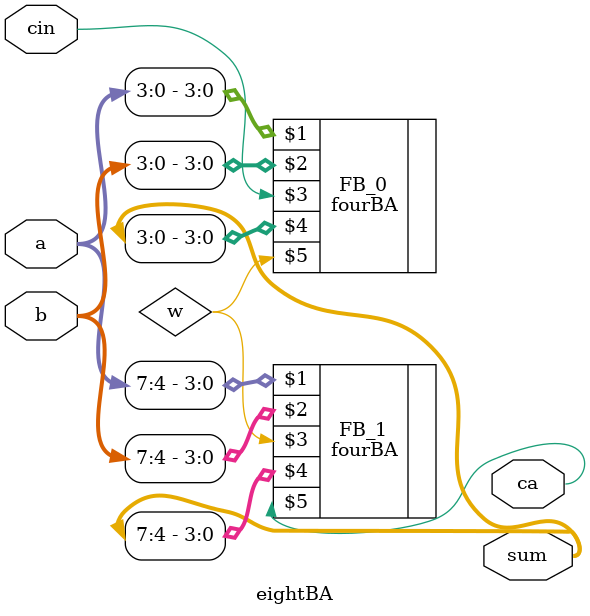
<source format=v>
`include "4_RCA.v"

module eightBA (a, b, cin, sum, ca);
input [7:0]a;
input [7:0]b;
input cin;

output [7:0] sum;
output ca;

wire w;

fourBA FB_0 (a[3:0], b[3:0], cin, sum[3:0], w);
fourBA FB_1 (a[7:4], b[7:4], w, sum[7:4], ca);

endmodule


</source>
